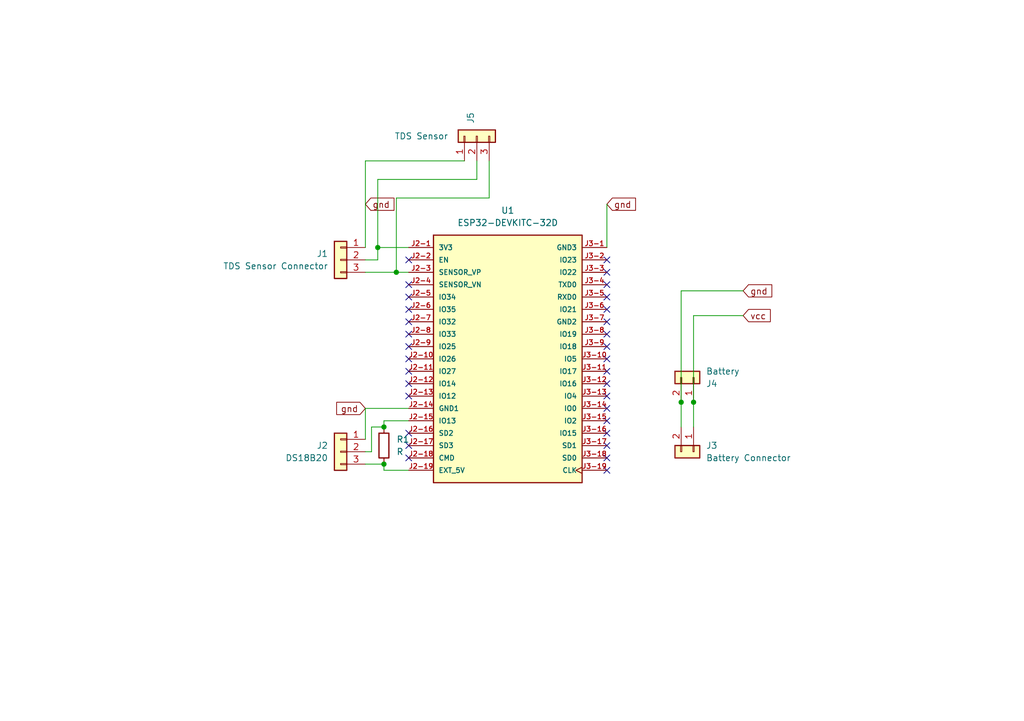
<source format=kicad_sch>
(kicad_sch
	(version 20231120)
	(generator "eeschema")
	(generator_version "8.0")
	(uuid "ca490fa1-f155-4d68-978f-b8da7f1aea9b")
	(paper "A5")
	(title_block
		(title "Water Testing kit")
		(date "2024-04-08")
		(rev "V 0.1")
	)
	(lib_symbols
		(symbol "Connector_Generic:Conn_01x02"
			(pin_names
				(offset 1.016) hide)
			(exclude_from_sim no)
			(in_bom yes)
			(on_board yes)
			(property "Reference" "J"
				(at 0 2.54 0)
				(effects
					(font
						(size 1.27 1.27)
					)
				)
			)
			(property "Value" "Conn_01x02"
				(at 0 -5.08 0)
				(effects
					(font
						(size 1.27 1.27)
					)
				)
			)
			(property "Footprint" ""
				(at 0 0 0)
				(effects
					(font
						(size 1.27 1.27)
					)
					(hide yes)
				)
			)
			(property "Datasheet" "~"
				(at 0 0 0)
				(effects
					(font
						(size 1.27 1.27)
					)
					(hide yes)
				)
			)
			(property "Description" "Generic connector, single row, 01x02, script generated (kicad-library-utils/schlib/autogen/connector/)"
				(at 0 0 0)
				(effects
					(font
						(size 1.27 1.27)
					)
					(hide yes)
				)
			)
			(property "ki_keywords" "connector"
				(at 0 0 0)
				(effects
					(font
						(size 1.27 1.27)
					)
					(hide yes)
				)
			)
			(property "ki_fp_filters" "Connector*:*_1x??_*"
				(at 0 0 0)
				(effects
					(font
						(size 1.27 1.27)
					)
					(hide yes)
				)
			)
			(symbol "Conn_01x02_1_1"
				(rectangle
					(start -1.27 -2.413)
					(end 0 -2.667)
					(stroke
						(width 0.1524)
						(type default)
					)
					(fill
						(type none)
					)
				)
				(rectangle
					(start -1.27 0.127)
					(end 0 -0.127)
					(stroke
						(width 0.1524)
						(type default)
					)
					(fill
						(type none)
					)
				)
				(rectangle
					(start -1.27 1.27)
					(end 1.27 -3.81)
					(stroke
						(width 0.254)
						(type default)
					)
					(fill
						(type background)
					)
				)
				(pin passive line
					(at -5.08 0 0)
					(length 3.81)
					(name "Pin_1"
						(effects
							(font
								(size 1.27 1.27)
							)
						)
					)
					(number "1"
						(effects
							(font
								(size 1.27 1.27)
							)
						)
					)
				)
				(pin passive line
					(at -5.08 -2.54 0)
					(length 3.81)
					(name "Pin_2"
						(effects
							(font
								(size 1.27 1.27)
							)
						)
					)
					(number "2"
						(effects
							(font
								(size 1.27 1.27)
							)
						)
					)
				)
			)
		)
		(symbol "Connector_Generic:Conn_01x03"
			(pin_names
				(offset 1.016) hide)
			(exclude_from_sim no)
			(in_bom yes)
			(on_board yes)
			(property "Reference" "J"
				(at 0 5.08 0)
				(effects
					(font
						(size 1.27 1.27)
					)
				)
			)
			(property "Value" "Conn_01x03"
				(at 0 -5.08 0)
				(effects
					(font
						(size 1.27 1.27)
					)
				)
			)
			(property "Footprint" ""
				(at 0 0 0)
				(effects
					(font
						(size 1.27 1.27)
					)
					(hide yes)
				)
			)
			(property "Datasheet" "~"
				(at 0 0 0)
				(effects
					(font
						(size 1.27 1.27)
					)
					(hide yes)
				)
			)
			(property "Description" "Generic connector, single row, 01x03, script generated (kicad-library-utils/schlib/autogen/connector/)"
				(at 0 0 0)
				(effects
					(font
						(size 1.27 1.27)
					)
					(hide yes)
				)
			)
			(property "ki_keywords" "connector"
				(at 0 0 0)
				(effects
					(font
						(size 1.27 1.27)
					)
					(hide yes)
				)
			)
			(property "ki_fp_filters" "Connector*:*_1x??_*"
				(at 0 0 0)
				(effects
					(font
						(size 1.27 1.27)
					)
					(hide yes)
				)
			)
			(symbol "Conn_01x03_1_1"
				(rectangle
					(start -1.27 -2.413)
					(end 0 -2.667)
					(stroke
						(width 0.1524)
						(type default)
					)
					(fill
						(type none)
					)
				)
				(rectangle
					(start -1.27 0.127)
					(end 0 -0.127)
					(stroke
						(width 0.1524)
						(type default)
					)
					(fill
						(type none)
					)
				)
				(rectangle
					(start -1.27 2.667)
					(end 0 2.413)
					(stroke
						(width 0.1524)
						(type default)
					)
					(fill
						(type none)
					)
				)
				(rectangle
					(start -1.27 3.81)
					(end 1.27 -3.81)
					(stroke
						(width 0.254)
						(type default)
					)
					(fill
						(type background)
					)
				)
				(pin passive line
					(at -5.08 2.54 0)
					(length 3.81)
					(name "Pin_1"
						(effects
							(font
								(size 1.27 1.27)
							)
						)
					)
					(number "1"
						(effects
							(font
								(size 1.27 1.27)
							)
						)
					)
				)
				(pin passive line
					(at -5.08 0 0)
					(length 3.81)
					(name "Pin_2"
						(effects
							(font
								(size 1.27 1.27)
							)
						)
					)
					(number "2"
						(effects
							(font
								(size 1.27 1.27)
							)
						)
					)
				)
				(pin passive line
					(at -5.08 -2.54 0)
					(length 3.81)
					(name "Pin_3"
						(effects
							(font
								(size 1.27 1.27)
							)
						)
					)
					(number "3"
						(effects
							(font
								(size 1.27 1.27)
							)
						)
					)
				)
			)
		)
		(symbol "Device:R"
			(pin_numbers hide)
			(pin_names
				(offset 0)
			)
			(exclude_from_sim no)
			(in_bom yes)
			(on_board yes)
			(property "Reference" "R"
				(at 2.032 0 90)
				(effects
					(font
						(size 1.27 1.27)
					)
				)
			)
			(property "Value" "R"
				(at 0 0 90)
				(effects
					(font
						(size 1.27 1.27)
					)
				)
			)
			(property "Footprint" ""
				(at -1.778 0 90)
				(effects
					(font
						(size 1.27 1.27)
					)
					(hide yes)
				)
			)
			(property "Datasheet" "~"
				(at 0 0 0)
				(effects
					(font
						(size 1.27 1.27)
					)
					(hide yes)
				)
			)
			(property "Description" "Resistor"
				(at 0 0 0)
				(effects
					(font
						(size 1.27 1.27)
					)
					(hide yes)
				)
			)
			(property "ki_keywords" "R res resistor"
				(at 0 0 0)
				(effects
					(font
						(size 1.27 1.27)
					)
					(hide yes)
				)
			)
			(property "ki_fp_filters" "R_*"
				(at 0 0 0)
				(effects
					(font
						(size 1.27 1.27)
					)
					(hide yes)
				)
			)
			(symbol "R_0_1"
				(rectangle
					(start -1.016 -2.54)
					(end 1.016 2.54)
					(stroke
						(width 0.254)
						(type default)
					)
					(fill
						(type none)
					)
				)
			)
			(symbol "R_1_1"
				(pin passive line
					(at 0 3.81 270)
					(length 1.27)
					(name "~"
						(effects
							(font
								(size 1.27 1.27)
							)
						)
					)
					(number "1"
						(effects
							(font
								(size 1.27 1.27)
							)
						)
					)
				)
				(pin passive line
					(at 0 -3.81 90)
					(length 1.27)
					(name "~"
						(effects
							(font
								(size 1.27 1.27)
							)
						)
					)
					(number "2"
						(effects
							(font
								(size 1.27 1.27)
							)
						)
					)
				)
			)
		)
		(symbol "ESP32-DEVKITC-32D:ESP32-DEVKITC-32D"
			(pin_names
				(offset 1.016)
			)
			(exclude_from_sim no)
			(in_bom yes)
			(on_board yes)
			(property "Reference" "U"
				(at -15.2572 26.0643 0)
				(effects
					(font
						(size 1.27 1.27)
					)
					(justify left bottom)
				)
			)
			(property "Value" "ESP32-DEVKITC-32D"
				(at -15.2563 -27.9698 0)
				(effects
					(font
						(size 1.27 1.27)
					)
					(justify left bottom)
				)
			)
			(property "Footprint" "ESP32-DEVKITC-32D:MODULE_ESP32-DEVKITC-32D"
				(at 0 0 0)
				(effects
					(font
						(size 1.27 1.27)
					)
					(justify bottom)
					(hide yes)
				)
			)
			(property "Datasheet" ""
				(at 0 0 0)
				(effects
					(font
						(size 1.27 1.27)
					)
					(hide yes)
				)
			)
			(property "Description" ""
				(at 0 0 0)
				(effects
					(font
						(size 1.27 1.27)
					)
					(hide yes)
				)
			)
			(property "MF" "Espressif Systems"
				(at 0 0 0)
				(effects
					(font
						(size 1.27 1.27)
					)
					(justify bottom)
					(hide yes)
				)
			)
			(property "MAXIMUM_PACKAGE_HEIGHT" "N/A"
				(at 0 0 0)
				(effects
					(font
						(size 1.27 1.27)
					)
					(justify bottom)
					(hide yes)
				)
			)
			(property "Package" "None"
				(at 0 0 0)
				(effects
					(font
						(size 1.27 1.27)
					)
					(justify bottom)
					(hide yes)
				)
			)
			(property "Price" "None"
				(at 0 0 0)
				(effects
					(font
						(size 1.27 1.27)
					)
					(justify bottom)
					(hide yes)
				)
			)
			(property "Check_prices" "https://www.snapeda.com/parts/ESP32-DEVKITC-32D/Espressif+Systems/view-part/?ref=eda"
				(at 0 0 0)
				(effects
					(font
						(size 1.27 1.27)
					)
					(justify bottom)
					(hide yes)
				)
			)
			(property "STANDARD" "Manufacturer Recommendations"
				(at 0 0 0)
				(effects
					(font
						(size 1.27 1.27)
					)
					(justify bottom)
					(hide yes)
				)
			)
			(property "PARTREV" "V4"
				(at 0 0 0)
				(effects
					(font
						(size 1.27 1.27)
					)
					(justify bottom)
					(hide yes)
				)
			)
			(property "SnapEDA_Link" "https://www.snapeda.com/parts/ESP32-DEVKITC-32D/Espressif+Systems/view-part/?ref=snap"
				(at 0 0 0)
				(effects
					(font
						(size 1.27 1.27)
					)
					(justify bottom)
					(hide yes)
				)
			)
			(property "MP" "ESP32-DEVKITC-32D"
				(at 0 0 0)
				(effects
					(font
						(size 1.27 1.27)
					)
					(justify bottom)
					(hide yes)
				)
			)
			(property "Description_1" "\nWiFi Development Tools (802.11) ESP32 General Development Kit, ESP32-WROOM-32D on the board\n"
				(at 0 0 0)
				(effects
					(font
						(size 1.27 1.27)
					)
					(justify bottom)
					(hide yes)
				)
			)
			(property "MANUFACTURER" "Espressif Systems"
				(at 0 0 0)
				(effects
					(font
						(size 1.27 1.27)
					)
					(justify bottom)
					(hide yes)
				)
			)
			(property "Availability" "In Stock"
				(at 0 0 0)
				(effects
					(font
						(size 1.27 1.27)
					)
					(justify bottom)
					(hide yes)
				)
			)
			(property "SNAPEDA_PN" "ESP32-DEVKITC-32D"
				(at 0 0 0)
				(effects
					(font
						(size 1.27 1.27)
					)
					(justify bottom)
					(hide yes)
				)
			)
			(symbol "ESP32-DEVKITC-32D_0_0"
				(rectangle
					(start -15.24 -25.4)
					(end 15.24 25.4)
					(stroke
						(width 0.254)
						(type default)
					)
					(fill
						(type background)
					)
				)
				(pin power_in line
					(at -20.32 22.86 0)
					(length 5.08)
					(name "3V3"
						(effects
							(font
								(size 1.016 1.016)
							)
						)
					)
					(number "J2-1"
						(effects
							(font
								(size 1.016 1.016)
							)
						)
					)
				)
				(pin bidirectional line
					(at -20.32 0 0)
					(length 5.08)
					(name "IO26"
						(effects
							(font
								(size 1.016 1.016)
							)
						)
					)
					(number "J2-10"
						(effects
							(font
								(size 1.016 1.016)
							)
						)
					)
				)
				(pin bidirectional line
					(at -20.32 -2.54 0)
					(length 5.08)
					(name "IO27"
						(effects
							(font
								(size 1.016 1.016)
							)
						)
					)
					(number "J2-11"
						(effects
							(font
								(size 1.016 1.016)
							)
						)
					)
				)
				(pin bidirectional line
					(at -20.32 -5.08 0)
					(length 5.08)
					(name "IO14"
						(effects
							(font
								(size 1.016 1.016)
							)
						)
					)
					(number "J2-12"
						(effects
							(font
								(size 1.016 1.016)
							)
						)
					)
				)
				(pin bidirectional line
					(at -20.32 -7.62 0)
					(length 5.08)
					(name "IO12"
						(effects
							(font
								(size 1.016 1.016)
							)
						)
					)
					(number "J2-13"
						(effects
							(font
								(size 1.016 1.016)
							)
						)
					)
				)
				(pin power_in line
					(at -20.32 -10.16 0)
					(length 5.08)
					(name "GND1"
						(effects
							(font
								(size 1.016 1.016)
							)
						)
					)
					(number "J2-14"
						(effects
							(font
								(size 1.016 1.016)
							)
						)
					)
				)
				(pin bidirectional line
					(at -20.32 -12.7 0)
					(length 5.08)
					(name "IO13"
						(effects
							(font
								(size 1.016 1.016)
							)
						)
					)
					(number "J2-15"
						(effects
							(font
								(size 1.016 1.016)
							)
						)
					)
				)
				(pin bidirectional line
					(at -20.32 -15.24 0)
					(length 5.08)
					(name "SD2"
						(effects
							(font
								(size 1.016 1.016)
							)
						)
					)
					(number "J2-16"
						(effects
							(font
								(size 1.016 1.016)
							)
						)
					)
				)
				(pin bidirectional line
					(at -20.32 -17.78 0)
					(length 5.08)
					(name "SD3"
						(effects
							(font
								(size 1.016 1.016)
							)
						)
					)
					(number "J2-17"
						(effects
							(font
								(size 1.016 1.016)
							)
						)
					)
				)
				(pin bidirectional line
					(at -20.32 -20.32 0)
					(length 5.08)
					(name "CMD"
						(effects
							(font
								(size 1.016 1.016)
							)
						)
					)
					(number "J2-18"
						(effects
							(font
								(size 1.016 1.016)
							)
						)
					)
				)
				(pin power_in line
					(at -20.32 -22.86 0)
					(length 5.08)
					(name "EXT_5V"
						(effects
							(font
								(size 1.016 1.016)
							)
						)
					)
					(number "J2-19"
						(effects
							(font
								(size 1.016 1.016)
							)
						)
					)
				)
				(pin input line
					(at -20.32 20.32 0)
					(length 5.08)
					(name "EN"
						(effects
							(font
								(size 1.016 1.016)
							)
						)
					)
					(number "J2-2"
						(effects
							(font
								(size 1.016 1.016)
							)
						)
					)
				)
				(pin input line
					(at -20.32 17.78 0)
					(length 5.08)
					(name "SENSOR_VP"
						(effects
							(font
								(size 1.016 1.016)
							)
						)
					)
					(number "J2-3"
						(effects
							(font
								(size 1.016 1.016)
							)
						)
					)
				)
				(pin input line
					(at -20.32 15.24 0)
					(length 5.08)
					(name "SENSOR_VN"
						(effects
							(font
								(size 1.016 1.016)
							)
						)
					)
					(number "J2-4"
						(effects
							(font
								(size 1.016 1.016)
							)
						)
					)
				)
				(pin bidirectional line
					(at -20.32 12.7 0)
					(length 5.08)
					(name "IO34"
						(effects
							(font
								(size 1.016 1.016)
							)
						)
					)
					(number "J2-5"
						(effects
							(font
								(size 1.016 1.016)
							)
						)
					)
				)
				(pin bidirectional line
					(at -20.32 10.16 0)
					(length 5.08)
					(name "IO35"
						(effects
							(font
								(size 1.016 1.016)
							)
						)
					)
					(number "J2-6"
						(effects
							(font
								(size 1.016 1.016)
							)
						)
					)
				)
				(pin bidirectional line
					(at -20.32 7.62 0)
					(length 5.08)
					(name "IO32"
						(effects
							(font
								(size 1.016 1.016)
							)
						)
					)
					(number "J2-7"
						(effects
							(font
								(size 1.016 1.016)
							)
						)
					)
				)
				(pin bidirectional line
					(at -20.32 5.08 0)
					(length 5.08)
					(name "IO33"
						(effects
							(font
								(size 1.016 1.016)
							)
						)
					)
					(number "J2-8"
						(effects
							(font
								(size 1.016 1.016)
							)
						)
					)
				)
				(pin bidirectional line
					(at -20.32 2.54 0)
					(length 5.08)
					(name "IO25"
						(effects
							(font
								(size 1.016 1.016)
							)
						)
					)
					(number "J2-9"
						(effects
							(font
								(size 1.016 1.016)
							)
						)
					)
				)
				(pin power_in line
					(at 20.32 22.86 180)
					(length 5.08)
					(name "GND3"
						(effects
							(font
								(size 1.016 1.016)
							)
						)
					)
					(number "J3-1"
						(effects
							(font
								(size 1.016 1.016)
							)
						)
					)
				)
				(pin bidirectional line
					(at 20.32 0 180)
					(length 5.08)
					(name "IO5"
						(effects
							(font
								(size 1.016 1.016)
							)
						)
					)
					(number "J3-10"
						(effects
							(font
								(size 1.016 1.016)
							)
						)
					)
				)
				(pin bidirectional line
					(at 20.32 -2.54 180)
					(length 5.08)
					(name "IO17"
						(effects
							(font
								(size 1.016 1.016)
							)
						)
					)
					(number "J3-11"
						(effects
							(font
								(size 1.016 1.016)
							)
						)
					)
				)
				(pin bidirectional line
					(at 20.32 -5.08 180)
					(length 5.08)
					(name "IO16"
						(effects
							(font
								(size 1.016 1.016)
							)
						)
					)
					(number "J3-12"
						(effects
							(font
								(size 1.016 1.016)
							)
						)
					)
				)
				(pin bidirectional line
					(at 20.32 -7.62 180)
					(length 5.08)
					(name "IO4"
						(effects
							(font
								(size 1.016 1.016)
							)
						)
					)
					(number "J3-13"
						(effects
							(font
								(size 1.016 1.016)
							)
						)
					)
				)
				(pin bidirectional line
					(at 20.32 -10.16 180)
					(length 5.08)
					(name "IO0"
						(effects
							(font
								(size 1.016 1.016)
							)
						)
					)
					(number "J3-14"
						(effects
							(font
								(size 1.016 1.016)
							)
						)
					)
				)
				(pin bidirectional line
					(at 20.32 -12.7 180)
					(length 5.08)
					(name "IO2"
						(effects
							(font
								(size 1.016 1.016)
							)
						)
					)
					(number "J3-15"
						(effects
							(font
								(size 1.016 1.016)
							)
						)
					)
				)
				(pin bidirectional line
					(at 20.32 -15.24 180)
					(length 5.08)
					(name "IO15"
						(effects
							(font
								(size 1.016 1.016)
							)
						)
					)
					(number "J3-16"
						(effects
							(font
								(size 1.016 1.016)
							)
						)
					)
				)
				(pin bidirectional line
					(at 20.32 -17.78 180)
					(length 5.08)
					(name "SD1"
						(effects
							(font
								(size 1.016 1.016)
							)
						)
					)
					(number "J3-17"
						(effects
							(font
								(size 1.016 1.016)
							)
						)
					)
				)
				(pin bidirectional line
					(at 20.32 -20.32 180)
					(length 5.08)
					(name "SD0"
						(effects
							(font
								(size 1.016 1.016)
							)
						)
					)
					(number "J3-18"
						(effects
							(font
								(size 1.016 1.016)
							)
						)
					)
				)
				(pin input clock
					(at 20.32 -22.86 180)
					(length 5.08)
					(name "CLK"
						(effects
							(font
								(size 1.016 1.016)
							)
						)
					)
					(number "J3-19"
						(effects
							(font
								(size 1.016 1.016)
							)
						)
					)
				)
				(pin bidirectional line
					(at 20.32 20.32 180)
					(length 5.08)
					(name "IO23"
						(effects
							(font
								(size 1.016 1.016)
							)
						)
					)
					(number "J3-2"
						(effects
							(font
								(size 1.016 1.016)
							)
						)
					)
				)
				(pin bidirectional line
					(at 20.32 17.78 180)
					(length 5.08)
					(name "IO22"
						(effects
							(font
								(size 1.016 1.016)
							)
						)
					)
					(number "J3-3"
						(effects
							(font
								(size 1.016 1.016)
							)
						)
					)
				)
				(pin output line
					(at 20.32 15.24 180)
					(length 5.08)
					(name "TXD0"
						(effects
							(font
								(size 1.016 1.016)
							)
						)
					)
					(number "J3-4"
						(effects
							(font
								(size 1.016 1.016)
							)
						)
					)
				)
				(pin input line
					(at 20.32 12.7 180)
					(length 5.08)
					(name "RXD0"
						(effects
							(font
								(size 1.016 1.016)
							)
						)
					)
					(number "J3-5"
						(effects
							(font
								(size 1.016 1.016)
							)
						)
					)
				)
				(pin bidirectional line
					(at 20.32 10.16 180)
					(length 5.08)
					(name "IO21"
						(effects
							(font
								(size 1.016 1.016)
							)
						)
					)
					(number "J3-6"
						(effects
							(font
								(size 1.016 1.016)
							)
						)
					)
				)
				(pin power_in line
					(at 20.32 7.62 180)
					(length 5.08)
					(name "GND2"
						(effects
							(font
								(size 1.016 1.016)
							)
						)
					)
					(number "J3-7"
						(effects
							(font
								(size 1.016 1.016)
							)
						)
					)
				)
				(pin bidirectional line
					(at 20.32 5.08 180)
					(length 5.08)
					(name "IO19"
						(effects
							(font
								(size 1.016 1.016)
							)
						)
					)
					(number "J3-8"
						(effects
							(font
								(size 1.016 1.016)
							)
						)
					)
				)
				(pin bidirectional line
					(at 20.32 2.54 180)
					(length 5.08)
					(name "IO18"
						(effects
							(font
								(size 1.016 1.016)
							)
						)
					)
					(number "J3-9"
						(effects
							(font
								(size 1.016 1.016)
							)
						)
					)
				)
			)
		)
	)
	(junction
		(at 78.74 95.25)
		(diameter 0)
		(color 0 0 0 0)
		(uuid "1905b0ac-07e1-446d-906b-a45e1c38e300")
	)
	(junction
		(at 139.7 82.55)
		(diameter 0)
		(color 0 0 0 0)
		(uuid "392401e6-f79f-42aa-a7b7-e356105e448c")
	)
	(junction
		(at 81.28 55.88)
		(diameter 0)
		(color 0 0 0 0)
		(uuid "52bb98ef-a980-4cc2-ac30-5721b22df7ce")
	)
	(junction
		(at 142.24 82.55)
		(diameter 0)
		(color 0 0 0 0)
		(uuid "d1560255-2250-440f-aa9e-7a898c6978f8")
	)
	(junction
		(at 78.74 87.63)
		(diameter 0)
		(color 0 0 0 0)
		(uuid "f92c4f69-f1ed-458f-ad94-90f26b5fc953")
	)
	(junction
		(at 77.47 50.8)
		(diameter 0)
		(color 0 0 0 0)
		(uuid "fc7870be-18d7-4193-be5a-ce71e910f2a8")
	)
	(no_connect
		(at 83.82 78.74)
		(uuid "0c1b3bf3-5dcd-425b-b76d-68f225a479ce")
	)
	(no_connect
		(at 83.82 76.2)
		(uuid "14380f85-c159-474b-afd4-fee2e99dc9f7")
	)
	(no_connect
		(at 83.82 88.9)
		(uuid "199412a0-53f9-4220-be87-e86fff78243b")
	)
	(no_connect
		(at 83.82 93.98)
		(uuid "1dc03c9f-9040-4d83-916b-840e762e9f58")
	)
	(no_connect
		(at 83.82 73.66)
		(uuid "1e95d5cb-a69d-420d-86fc-efd1fe8758e4")
	)
	(no_connect
		(at 124.46 76.2)
		(uuid "213dc153-7605-4a20-8083-a5e74c970a26")
	)
	(no_connect
		(at 124.46 66.04)
		(uuid "275f219d-5a77-494e-8223-0a6511f07a8b")
	)
	(no_connect
		(at 83.82 81.28)
		(uuid "35fd7a85-6fe9-4095-8ae6-290f83774168")
	)
	(no_connect
		(at 124.46 91.44)
		(uuid "3c89b979-3965-45e9-924c-e09aef7fbf75")
	)
	(no_connect
		(at 124.46 86.36)
		(uuid "53c2da58-2e49-40cc-b1c6-592fd40b68fa")
	)
	(no_connect
		(at 124.46 81.28)
		(uuid "5465bc93-55da-4a89-bc4c-0010e57e0460")
	)
	(no_connect
		(at 124.46 93.98)
		(uuid "5576e7b9-bd4b-4ad9-b5d2-846a4fe53304")
	)
	(no_connect
		(at 83.82 71.12)
		(uuid "5cfe2faf-4a4e-4087-853e-f8e56a85f5f8")
	)
	(no_connect
		(at 124.46 53.34)
		(uuid "5eb30165-33ce-456a-ac43-7ecb7c9a0f13")
	)
	(no_connect
		(at 124.46 83.82)
		(uuid "5f7aa862-7a11-484d-9b22-69513a5183fe")
	)
	(no_connect
		(at 83.82 66.04)
		(uuid "66a03d19-14ec-4abf-a2de-45a07eab9bb3")
	)
	(no_connect
		(at 124.46 96.52)
		(uuid "6a9c4587-7940-4494-9308-37b9eaaaab9d")
	)
	(no_connect
		(at 124.46 68.58)
		(uuid "7ade1379-7d06-426e-9c4f-d7726b6647ce")
	)
	(no_connect
		(at 124.46 60.96)
		(uuid "8368e7dc-df0a-4ac1-bcdf-cb20fca203f3")
	)
	(no_connect
		(at 124.46 55.88)
		(uuid "84d00ae3-365a-4e9e-bee4-d89fc3c9e901")
	)
	(no_connect
		(at 83.82 58.42)
		(uuid "9280b691-1bd5-425e-8e0c-1d638d4155c4")
	)
	(no_connect
		(at 83.82 91.44)
		(uuid "abb1fead-31b7-4b88-b630-0a53533e876c")
	)
	(no_connect
		(at 124.46 88.9)
		(uuid "b1d6eb20-19e8-4357-85df-ddf36b5ff9e0")
	)
	(no_connect
		(at 124.46 63.5)
		(uuid "b2f1e334-36cf-48d6-abd7-a2155339b089")
	)
	(no_connect
		(at 124.46 58.42)
		(uuid "b328c36d-f2c8-48b2-a5e0-f19398d8c6c9")
	)
	(no_connect
		(at 124.46 78.74)
		(uuid "c69fdeed-195a-4eb6-9da5-c11b7855f206")
	)
	(no_connect
		(at 83.82 68.58)
		(uuid "c9ed86dd-5c25-4507-a2c3-a3a7a8825605")
	)
	(no_connect
		(at 124.46 73.66)
		(uuid "e266e23f-558a-4d64-8432-0edad027cb3b")
	)
	(no_connect
		(at 124.46 71.12)
		(uuid "e5831bdf-f891-4696-b457-5c4187d7f8d3")
	)
	(no_connect
		(at 83.82 63.5)
		(uuid "e652c584-78be-4fa9-917c-3f0bf84d58fe")
	)
	(no_connect
		(at 83.82 60.96)
		(uuid "f182b64d-c2e1-42fe-a2bc-3bc00184b40f")
	)
	(no_connect
		(at 83.82 53.34)
		(uuid "ffafc31c-6ac1-4109-8ec4-ea2fa8f031af")
	)
	(wire
		(pts
			(xy 97.79 33.02) (xy 97.79 36.83)
		)
		(stroke
			(width 0)
			(type default)
		)
		(uuid "0c94d10f-9973-4a79-a6d4-6e302307b140")
	)
	(wire
		(pts
			(xy 83.82 96.52) (xy 78.74 96.52)
		)
		(stroke
			(width 0)
			(type default)
		)
		(uuid "0cb5e2a6-0aee-4078-8187-584b6e83caa3")
	)
	(wire
		(pts
			(xy 74.93 83.82) (xy 83.82 83.82)
		)
		(stroke
			(width 0)
			(type default)
		)
		(uuid "1c608574-53c3-4af7-830e-68ff513bb210")
	)
	(wire
		(pts
			(xy 100.33 33.02) (xy 100.33 40.64)
		)
		(stroke
			(width 0)
			(type default)
		)
		(uuid "20f539f9-35b4-450e-8e6f-b6318659cdd1")
	)
	(wire
		(pts
			(xy 100.33 40.64) (xy 81.28 40.64)
		)
		(stroke
			(width 0)
			(type default)
		)
		(uuid "2b87cf41-5771-4c38-a0f2-13c0f64e8d2e")
	)
	(wire
		(pts
			(xy 139.7 82.55) (xy 139.7 87.63)
		)
		(stroke
			(width 0)
			(type default)
		)
		(uuid "2cbde918-762e-43ca-a6e4-eec0c972af7f")
	)
	(wire
		(pts
			(xy 74.93 95.25) (xy 78.74 95.25)
		)
		(stroke
			(width 0)
			(type default)
		)
		(uuid "331c21c9-9e56-492d-9a57-1dd3610f63f2")
	)
	(wire
		(pts
			(xy 81.28 55.88) (xy 83.82 55.88)
		)
		(stroke
			(width 0)
			(type default)
		)
		(uuid "35e423e5-96cf-48b6-b581-7f0d1549054b")
	)
	(wire
		(pts
			(xy 78.74 86.36) (xy 78.74 87.63)
		)
		(stroke
			(width 0)
			(type default)
		)
		(uuid "384598bc-1b99-47c1-a069-b5c3c26f7917")
	)
	(wire
		(pts
			(xy 76.2 92.71) (xy 76.2 87.63)
		)
		(stroke
			(width 0)
			(type default)
		)
		(uuid "3df85bee-3711-405d-9220-494a5fe4bcb0")
	)
	(wire
		(pts
			(xy 76.2 87.63) (xy 78.74 87.63)
		)
		(stroke
			(width 0)
			(type default)
		)
		(uuid "568635c3-a112-4828-b338-24fea4c8cb71")
	)
	(wire
		(pts
			(xy 81.28 40.64) (xy 81.28 55.88)
		)
		(stroke
			(width 0)
			(type default)
		)
		(uuid "57215970-44d7-41ca-a653-c78b6ddb5d4b")
	)
	(wire
		(pts
			(xy 74.93 33.02) (xy 74.93 50.8)
		)
		(stroke
			(width 0)
			(type default)
		)
		(uuid "60d6f86b-479d-46b5-8d44-e4a7ec951c79")
	)
	(wire
		(pts
			(xy 77.47 50.8) (xy 83.82 50.8)
		)
		(stroke
			(width 0)
			(type default)
		)
		(uuid "6cd727f1-b9ec-4422-ab86-d68706aa13c7")
	)
	(wire
		(pts
			(xy 74.93 53.34) (xy 77.47 53.34)
		)
		(stroke
			(width 0)
			(type default)
		)
		(uuid "8271c1ae-5a9f-419b-b502-b5529fd55afd")
	)
	(wire
		(pts
			(xy 142.24 82.55) (xy 142.24 87.63)
		)
		(stroke
			(width 0)
			(type default)
		)
		(uuid "8865714d-54bb-45a3-a0b9-aabaae075f5f")
	)
	(wire
		(pts
			(xy 83.82 86.36) (xy 78.74 86.36)
		)
		(stroke
			(width 0)
			(type default)
		)
		(uuid "8cefb839-3d36-472e-bb55-ba557f5a30ff")
	)
	(wire
		(pts
			(xy 77.47 53.34) (xy 77.47 50.8)
		)
		(stroke
			(width 0)
			(type default)
		)
		(uuid "9f70424f-0e5f-430a-8b48-c852a2a01cbf")
	)
	(wire
		(pts
			(xy 74.93 90.17) (xy 74.93 83.82)
		)
		(stroke
			(width 0)
			(type default)
		)
		(uuid "a87c9e49-b705-4962-87e1-933b9d992c9f")
	)
	(wire
		(pts
			(xy 142.24 64.77) (xy 142.24 82.55)
		)
		(stroke
			(width 0)
			(type default)
		)
		(uuid "acfd851d-f52b-4121-850d-5337aded8758")
	)
	(wire
		(pts
			(xy 139.7 59.69) (xy 139.7 82.55)
		)
		(stroke
			(width 0)
			(type default)
		)
		(uuid "c7b2af44-96f2-4e69-92d2-c6c3f8d50df2")
	)
	(wire
		(pts
			(xy 97.79 36.83) (xy 77.47 36.83)
		)
		(stroke
			(width 0)
			(type default)
		)
		(uuid "ca23fae6-badb-4156-8f77-7f2ac00ea78a")
	)
	(wire
		(pts
			(xy 124.46 41.91) (xy 124.46 50.8)
		)
		(stroke
			(width 0)
			(type default)
		)
		(uuid "cf03a8f1-b8ec-4544-a2d6-7b2ff89ffa3c")
	)
	(wire
		(pts
			(xy 95.25 33.02) (xy 74.93 33.02)
		)
		(stroke
			(width 0)
			(type default)
		)
		(uuid "d3a5cb3e-6ddb-4258-b66f-e0e840224d59")
	)
	(wire
		(pts
			(xy 152.4 59.69) (xy 139.7 59.69)
		)
		(stroke
			(width 0)
			(type default)
		)
		(uuid "dcca7ee9-8071-414d-a3f3-607fc248732b")
	)
	(wire
		(pts
			(xy 74.93 92.71) (xy 76.2 92.71)
		)
		(stroke
			(width 0)
			(type default)
		)
		(uuid "ddd12f0e-e6bb-4563-951f-54ead96277b3")
	)
	(wire
		(pts
			(xy 77.47 36.83) (xy 77.47 50.8)
		)
		(stroke
			(width 0)
			(type default)
		)
		(uuid "f0181e7f-cad3-4437-95a7-03d657186fa2")
	)
	(wire
		(pts
			(xy 152.4 64.77) (xy 142.24 64.77)
		)
		(stroke
			(width 0)
			(type default)
		)
		(uuid "f349da96-7e99-49c6-8e77-ffc362fabc94")
	)
	(wire
		(pts
			(xy 78.74 96.52) (xy 78.74 95.25)
		)
		(stroke
			(width 0)
			(type default)
		)
		(uuid "f5f46ce3-1b14-44c7-948d-e78159617435")
	)
	(wire
		(pts
			(xy 74.93 55.88) (xy 81.28 55.88)
		)
		(stroke
			(width 0)
			(type default)
		)
		(uuid "f8f4b01b-30f3-4be6-a81e-c10404e2eb37")
	)
	(global_label "gnd"
		(shape input)
		(at 74.93 83.82 180)
		(fields_autoplaced yes)
		(effects
			(font
				(size 1.27 1.27)
			)
			(justify right)
		)
		(uuid "00dd3dd1-b798-4b4d-8d19-cdf0a8ae7b84")
		(property "Intersheetrefs" "${INTERSHEET_REFS}"
			(at 68.4978 83.82 0)
			(effects
				(font
					(size 1.27 1.27)
				)
				(justify right)
				(hide yes)
			)
		)
	)
	(global_label "gnd"
		(shape input)
		(at 152.4 59.69 0)
		(fields_autoplaced yes)
		(effects
			(font
				(size 1.27 1.27)
			)
			(justify left)
		)
		(uuid "012e44c2-cd38-4dbe-ac37-ffd389ed3c12")
		(property "Intersheetrefs" "${INTERSHEET_REFS}"
			(at 158.8322 59.69 0)
			(effects
				(font
					(size 1.27 1.27)
				)
				(justify left)
				(hide yes)
			)
		)
	)
	(global_label "gnd"
		(shape input)
		(at 74.93 41.91 0)
		(fields_autoplaced yes)
		(effects
			(font
				(size 1.27 1.27)
			)
			(justify left)
		)
		(uuid "045cea41-bc25-4720-b4d0-881deadc3a74")
		(property "Intersheetrefs" "${INTERSHEET_REFS}"
			(at 81.3622 41.91 0)
			(effects
				(font
					(size 1.27 1.27)
				)
				(justify left)
				(hide yes)
			)
		)
	)
	(global_label "vcc"
		(shape input)
		(at 152.4 64.77 0)
		(fields_autoplaced yes)
		(effects
			(font
				(size 1.27 1.27)
			)
			(justify left)
		)
		(uuid "cf8a4bca-2bc7-4700-b674-e8f886193a19")
		(property "Intersheetrefs" "${INTERSHEET_REFS}"
			(at 158.53 64.77 0)
			(effects
				(font
					(size 1.27 1.27)
				)
				(justify left)
				(hide yes)
			)
		)
	)
	(global_label "gnd"
		(shape input)
		(at 124.46 41.91 0)
		(fields_autoplaced yes)
		(effects
			(font
				(size 1.27 1.27)
			)
			(justify left)
		)
		(uuid "f3270058-3438-43bb-b936-567e89224cda")
		(property "Intersheetrefs" "${INTERSHEET_REFS}"
			(at 130.8922 41.91 0)
			(effects
				(font
					(size 1.27 1.27)
				)
				(justify left)
				(hide yes)
			)
		)
	)
	(symbol
		(lib_id "Connector_Generic:Conn_01x03")
		(at 69.85 53.34 0)
		(mirror y)
		(unit 1)
		(exclude_from_sim no)
		(in_bom yes)
		(on_board yes)
		(dnp no)
		(uuid "049c11e8-98cb-491e-816e-4d49cfb9908c")
		(property "Reference" "J1"
			(at 67.31 52.0699 0)
			(effects
				(font
					(size 1.27 1.27)
				)
				(justify left)
			)
		)
		(property "Value" "TDS Sensor Connector"
			(at 67.31 54.6099 0)
			(effects
				(font
					(size 1.27 1.27)
				)
				(justify left)
			)
		)
		(property "Footprint" "Connector_PinHeader_2.54mm:PinHeader_1x03_P2.54mm_Vertical"
			(at 69.85 53.34 0)
			(effects
				(font
					(size 1.27 1.27)
				)
				(hide yes)
			)
		)
		(property "Datasheet" "~"
			(at 69.85 53.34 0)
			(effects
				(font
					(size 1.27 1.27)
				)
				(hide yes)
			)
		)
		(property "Description" "Generic connector, single row, 01x03, script generated (kicad-library-utils/schlib/autogen/connector/)"
			(at 69.85 53.34 0)
			(effects
				(font
					(size 1.27 1.27)
				)
				(hide yes)
			)
		)
		(pin "2"
			(uuid "8b3c15ee-76f6-4477-adee-e4615a87335a")
		)
		(pin "3"
			(uuid "f0c9b866-41e6-4e5e-9707-859f026ddf59")
		)
		(pin "1"
			(uuid "f64289a1-7de4-42b0-94e1-a6e30da20522")
		)
		(instances
			(project "AquaSense"
				(path "/ca490fa1-f155-4d68-978f-b8da7f1aea9b"
					(reference "J1")
					(unit 1)
				)
			)
		)
	)
	(symbol
		(lib_id "Device:R")
		(at 78.74 91.44 0)
		(unit 1)
		(exclude_from_sim no)
		(in_bom yes)
		(on_board yes)
		(dnp no)
		(uuid "39eb34e1-6d7d-4793-b1bd-ce27feaa142a")
		(property "Reference" "R1"
			(at 81.28 90.1699 0)
			(effects
				(font
					(size 1.27 1.27)
				)
				(justify left)
			)
		)
		(property "Value" "R"
			(at 81.28 92.7099 0)
			(effects
				(font
					(size 1.27 1.27)
				)
				(justify left)
			)
		)
		(property "Footprint" "Resistor_THT:R_Axial_DIN0411_L9.9mm_D3.6mm_P15.24mm_Horizontal"
			(at 76.962 91.44 90)
			(effects
				(font
					(size 1.27 1.27)
				)
				(hide yes)
			)
		)
		(property "Datasheet" "~"
			(at 78.74 91.44 0)
			(effects
				(font
					(size 1.27 1.27)
				)
				(hide yes)
			)
		)
		(property "Description" "Resistor"
			(at 78.74 91.44 0)
			(effects
				(font
					(size 1.27 1.27)
				)
				(hide yes)
			)
		)
		(pin "1"
			(uuid "49475e2e-2e0c-4ff4-8051-5f9137307df2")
		)
		(pin "2"
			(uuid "7a62438a-01af-4ba5-b920-b516eceafb80")
		)
		(instances
			(project "AquaSense"
				(path "/ca490fa1-f155-4d68-978f-b8da7f1aea9b"
					(reference "R1")
					(unit 1)
				)
			)
		)
	)
	(symbol
		(lib_id "Connector_Generic:Conn_01x02")
		(at 142.24 77.47 270)
		(mirror x)
		(unit 1)
		(exclude_from_sim no)
		(in_bom yes)
		(on_board yes)
		(dnp no)
		(uuid "61f8dba0-85aa-4bd3-bb9f-14459e6effea")
		(property "Reference" "J4"
			(at 144.78 78.7401 90)
			(effects
				(font
					(size 1.27 1.27)
				)
				(justify left)
			)
		)
		(property "Value" "Battery"
			(at 144.78 76.2001 90)
			(effects
				(font
					(size 1.27 1.27)
				)
				(justify left)
			)
		)
		(property "Footprint" "Connector_PinHeader_2.54mm:PinHeader_1x02_P2.54mm_Vertical"
			(at 142.24 77.47 0)
			(effects
				(font
					(size 1.27 1.27)
				)
				(hide yes)
			)
		)
		(property "Datasheet" "~"
			(at 142.24 77.47 0)
			(effects
				(font
					(size 1.27 1.27)
				)
				(hide yes)
			)
		)
		(property "Description" "Generic connector, single row, 01x02, script generated (kicad-library-utils/schlib/autogen/connector/)"
			(at 142.24 77.47 0)
			(effects
				(font
					(size 1.27 1.27)
				)
				(hide yes)
			)
		)
		(pin "1"
			(uuid "b9272d3e-a789-411c-9e80-465887c26443")
		)
		(pin "2"
			(uuid "407b7097-321a-41ee-936d-ea34efe4409a")
		)
		(instances
			(project "AquaSense"
				(path "/ca490fa1-f155-4d68-978f-b8da7f1aea9b"
					(reference "J4")
					(unit 1)
				)
			)
		)
	)
	(symbol
		(lib_id "Connector_Generic:Conn_01x02")
		(at 142.24 92.71 270)
		(unit 1)
		(exclude_from_sim no)
		(in_bom yes)
		(on_board yes)
		(dnp no)
		(fields_autoplaced yes)
		(uuid "e42f21aa-991d-4e7a-ba3f-65af1a2997e5")
		(property "Reference" "J3"
			(at 144.78 91.4399 90)
			(effects
				(font
					(size 1.27 1.27)
				)
				(justify left)
			)
		)
		(property "Value" "Battery Connector"
			(at 144.78 93.9799 90)
			(effects
				(font
					(size 1.27 1.27)
				)
				(justify left)
			)
		)
		(property "Footprint" "Connector_PinHeader_2.54mm:PinHeader_1x02_P2.54mm_Vertical"
			(at 142.24 92.71 0)
			(effects
				(font
					(size 1.27 1.27)
				)
				(hide yes)
			)
		)
		(property "Datasheet" "~"
			(at 142.24 92.71 0)
			(effects
				(font
					(size 1.27 1.27)
				)
				(hide yes)
			)
		)
		(property "Description" "Generic connector, single row, 01x02, script generated (kicad-library-utils/schlib/autogen/connector/)"
			(at 142.24 92.71 0)
			(effects
				(font
					(size 1.27 1.27)
				)
				(hide yes)
			)
		)
		(pin "1"
			(uuid "ee4ad6ba-c90b-4b26-9143-5dc03729d8c6")
		)
		(pin "2"
			(uuid "a0c2da2f-48f3-4336-b2f0-5c2ba171fef6")
		)
		(instances
			(project "AquaSense"
				(path "/ca490fa1-f155-4d68-978f-b8da7f1aea9b"
					(reference "J3")
					(unit 1)
				)
			)
		)
	)
	(symbol
		(lib_id "ESP32-DEVKITC-32D:ESP32-DEVKITC-32D")
		(at 104.14 73.66 0)
		(unit 1)
		(exclude_from_sim no)
		(in_bom yes)
		(on_board yes)
		(dnp no)
		(fields_autoplaced yes)
		(uuid "ebf60ed2-a085-4bcd-97a6-deb4a6b75995")
		(property "Reference" "U1"
			(at 104.14 43.18 0)
			(effects
				(font
					(size 1.27 1.27)
				)
			)
		)
		(property "Value" "ESP32-DEVKITC-32D"
			(at 104.14 45.72 0)
			(effects
				(font
					(size 1.27 1.27)
				)
			)
		)
		(property "Footprint" "Footprints:MODULE_ESP32-wroom32"
			(at 104.14 73.66 0)
			(effects
				(font
					(size 1.27 1.27)
				)
				(justify bottom)
				(hide yes)
			)
		)
		(property "Datasheet" ""
			(at 104.14 73.66 0)
			(effects
				(font
					(size 1.27 1.27)
				)
				(hide yes)
			)
		)
		(property "Description" ""
			(at 104.14 73.66 0)
			(effects
				(font
					(size 1.27 1.27)
				)
				(hide yes)
			)
		)
		(property "MF" "Espressif Systems"
			(at 104.14 73.66 0)
			(effects
				(font
					(size 1.27 1.27)
				)
				(justify bottom)
				(hide yes)
			)
		)
		(property "MAXIMUM_PACKAGE_HEIGHT" "N/A"
			(at 104.14 73.66 0)
			(effects
				(font
					(size 1.27 1.27)
				)
				(justify bottom)
				(hide yes)
			)
		)
		(property "Package" "None"
			(at 104.14 73.66 0)
			(effects
				(font
					(size 1.27 1.27)
				)
				(justify bottom)
				(hide yes)
			)
		)
		(property "Price" "None"
			(at 104.14 73.66 0)
			(effects
				(font
					(size 1.27 1.27)
				)
				(justify bottom)
				(hide yes)
			)
		)
		(property "Check_prices" "https://www.snapeda.com/parts/ESP32-DEVKITC-32D/Espressif+Systems/view-part/?ref=eda"
			(at 104.14 73.66 0)
			(effects
				(font
					(size 1.27 1.27)
				)
				(justify bottom)
				(hide yes)
			)
		)
		(property "STANDARD" "Manufacturer Recommendations"
			(at 104.14 73.66 0)
			(effects
				(font
					(size 1.27 1.27)
				)
				(justify bottom)
				(hide yes)
			)
		)
		(property "PARTREV" "V4"
			(at 104.14 73.66 0)
			(effects
				(font
					(size 1.27 1.27)
				)
				(justify bottom)
				(hide yes)
			)
		)
		(property "SnapEDA_Link" "https://www.snapeda.com/parts/ESP32-DEVKITC-32D/Espressif+Systems/view-part/?ref=snap"
			(at 104.14 73.66 0)
			(effects
				(font
					(size 1.27 1.27)
				)
				(justify bottom)
				(hide yes)
			)
		)
		(property "MP" "ESP32-DEVKITC-32D"
			(at 104.14 73.66 0)
			(effects
				(font
					(size 1.27 1.27)
				)
				(justify bottom)
				(hide yes)
			)
		)
		(property "Description_1" "\nWiFi Development Tools (802.11) ESP32 General Development Kit, ESP32-WROOM-32D on the board\n"
			(at 104.14 73.66 0)
			(effects
				(font
					(size 1.27 1.27)
				)
				(justify bottom)
				(hide yes)
			)
		)
		(property "MANUFACTURER" "Espressif Systems"
			(at 104.14 73.66 0)
			(effects
				(font
					(size 1.27 1.27)
				)
				(justify bottom)
				(hide yes)
			)
		)
		(property "Availability" "In Stock"
			(at 104.14 73.66 0)
			(effects
				(font
					(size 1.27 1.27)
				)
				(justify bottom)
				(hide yes)
			)
		)
		(property "SNAPEDA_PN" "ESP32-DEVKITC-32D"
			(at 104.14 73.66 0)
			(effects
				(font
					(size 1.27 1.27)
				)
				(justify bottom)
				(hide yes)
			)
		)
		(pin "J2-18"
			(uuid "832ebcf3-5e9e-4eb5-aced-fc8c8f689c3a")
		)
		(pin "J2-15"
			(uuid "675a9e01-60d6-4df8-b472-529bfbe62366")
		)
		(pin "J2-16"
			(uuid "829ab2de-a391-4128-8145-5ef5290b2907")
		)
		(pin "J2-5"
			(uuid "5d12b65e-d9dc-40ca-a1e9-6e25bc03c140")
		)
		(pin "J2-14"
			(uuid "33f94d2f-890b-4051-bea9-43ccdabb12fd")
		)
		(pin "J2-19"
			(uuid "9738b204-0362-4ac2-91e4-e52f409ebfdd")
		)
		(pin "J2-13"
			(uuid "9d14568a-0a25-41eb-a4aa-46e5fe704067")
		)
		(pin "J2-2"
			(uuid "41a691d2-ead3-441f-beda-72a2863e2275")
		)
		(pin "J2-12"
			(uuid "d552ad02-b1ac-43fd-9449-1fd263023d9f")
		)
		(pin "J2-4"
			(uuid "ffdf3bf5-14ef-4311-8274-48fccec2a794")
		)
		(pin "J2-6"
			(uuid "40389f53-c52f-43bd-95af-ecdaffe4b321")
		)
		(pin "J2-10"
			(uuid "9e3045ad-e4f2-44b2-9733-2d70ace0f859")
		)
		(pin "J2-17"
			(uuid "a2902712-d1d8-4e43-a58d-911797e9e2de")
		)
		(pin "J2-1"
			(uuid "4ab28432-4e22-4361-8a41-b711da4fb80d")
		)
		(pin "J2-11"
			(uuid "a284af5a-1c53-474e-ae82-9c6fd1d2dee9")
		)
		(pin "J2-3"
			(uuid "b00fa928-3731-4146-9928-48d628794b98")
		)
		(pin "J3-4"
			(uuid "de5df83d-2a54-4d70-8b60-d0e98d15b01a")
		)
		(pin "J3-6"
			(uuid "dfdce9c3-695c-4668-890e-6a7d71a6df1d")
		)
		(pin "J3-11"
			(uuid "c768a213-185e-4cae-98c7-21dbfe3bc7e7")
		)
		(pin "J3-7"
			(uuid "3bc68371-893d-44f6-960b-ca1e9103dc7f")
		)
		(pin "J3-5"
			(uuid "e5ff6904-cd42-4af4-a7c8-a34c3240ad6a")
		)
		(pin "J3-1"
			(uuid "3e742269-714a-4e87-90d4-097e39d8db3a")
		)
		(pin "J3-8"
			(uuid "a86f1954-7fc3-45ea-ab0d-b1d2b651bc50")
		)
		(pin "J3-9"
			(uuid "f9c8b61b-aac2-4258-b77f-fe2a17f1f8cd")
		)
		(pin "J2-9"
			(uuid "bde20dca-6856-49a3-82bc-b456ec9a7c93")
		)
		(pin "J2-8"
			(uuid "f8300114-6da7-4528-bc64-52066c82696a")
		)
		(pin "J3-16"
			(uuid "533cb96d-1fb1-4724-ae53-5c7b283b12ca")
		)
		(pin "J3-18"
			(uuid "46f3e2dd-d2f4-4834-af73-e9f6784b8e15")
		)
		(pin "J3-12"
			(uuid "26d69412-9b49-432c-9bb1-bb7a8524ce56")
		)
		(pin "J3-13"
			(uuid "9d977ef3-f904-46a4-8f04-3b13b00872a7")
		)
		(pin "J2-7"
			(uuid "4c537589-14f0-4ef5-a03f-19161ab17afe")
		)
		(pin "J3-2"
			(uuid "012adbc1-439a-4754-96ab-91f8c5120392")
		)
		(pin "J3-3"
			(uuid "e6898316-07d0-4cb8-a172-cef889d18a33")
		)
		(pin "J3-19"
			(uuid "3a6c44fc-f6f5-4da2-bf65-c17a2f424285")
		)
		(pin "J3-10"
			(uuid "da8a2d18-9a78-42d1-aabc-7b4265cf4532")
		)
		(pin "J3-14"
			(uuid "f4c618db-d926-4172-91b2-9813bd15df6f")
		)
		(pin "J3-17"
			(uuid "0e9a6014-761b-475d-a55e-de2982c01cb8")
		)
		(pin "J3-15"
			(uuid "028b9324-3df1-4fe2-914b-42f7093dd710")
		)
		(instances
			(project "AquaSense"
				(path "/ca490fa1-f155-4d68-978f-b8da7f1aea9b"
					(reference "U1")
					(unit 1)
				)
			)
		)
	)
	(symbol
		(lib_id "Connector_Generic:Conn_01x03")
		(at 69.85 92.71 0)
		(mirror y)
		(unit 1)
		(exclude_from_sim no)
		(in_bom yes)
		(on_board yes)
		(dnp no)
		(uuid "ee0f85f8-0f15-486e-983b-477170422ac2")
		(property "Reference" "J2"
			(at 67.31 91.4399 0)
			(effects
				(font
					(size 1.27 1.27)
				)
				(justify left)
			)
		)
		(property "Value" "DS18B20"
			(at 67.31 93.9799 0)
			(effects
				(font
					(size 1.27 1.27)
				)
				(justify left)
			)
		)
		(property "Footprint" "Connector_PinHeader_2.54mm:PinHeader_1x03_P2.54mm_Vertical"
			(at 69.85 92.71 0)
			(effects
				(font
					(size 1.27 1.27)
				)
				(hide yes)
			)
		)
		(property "Datasheet" "~"
			(at 69.85 92.71 0)
			(effects
				(font
					(size 1.27 1.27)
				)
				(hide yes)
			)
		)
		(property "Description" "Generic connector, single row, 01x03, script generated (kicad-library-utils/schlib/autogen/connector/)"
			(at 69.85 92.71 0)
			(effects
				(font
					(size 1.27 1.27)
				)
				(hide yes)
			)
		)
		(pin "2"
			(uuid "3eade5d2-e95c-4897-b0e5-5864b5e7b752")
		)
		(pin "3"
			(uuid "9adcc556-f1a6-4f9c-9e3e-e59bc3a15b20")
		)
		(pin "1"
			(uuid "3ab8c9f8-cacb-4ed6-8db4-f8917af37075")
		)
		(instances
			(project "AquaSense"
				(path "/ca490fa1-f155-4d68-978f-b8da7f1aea9b"
					(reference "J2")
					(unit 1)
				)
			)
		)
	)
	(symbol
		(lib_id "Connector_Generic:Conn_01x03")
		(at 97.79 27.94 90)
		(unit 1)
		(exclude_from_sim no)
		(in_bom yes)
		(on_board yes)
		(dnp no)
		(uuid "fc019276-3957-453b-900d-f592b2281498")
		(property "Reference" "J5"
			(at 96.5199 25.4 0)
			(effects
				(font
					(size 1.27 1.27)
				)
				(justify left)
			)
		)
		(property "Value" "TDS Sensor"
			(at 91.948 27.94 90)
			(effects
				(font
					(size 1.27 1.27)
				)
				(justify left)
			)
		)
		(property "Footprint" "Connector_PinHeader_2.54mm:PinHeader_1x03_P2.54mm_Vertical"
			(at 97.79 27.94 0)
			(effects
				(font
					(size 1.27 1.27)
				)
				(hide yes)
			)
		)
		(property "Datasheet" "~"
			(at 97.79 27.94 0)
			(effects
				(font
					(size 1.27 1.27)
				)
				(hide yes)
			)
		)
		(property "Description" "Generic connector, single row, 01x03, script generated (kicad-library-utils/schlib/autogen/connector/)"
			(at 97.79 27.94 0)
			(effects
				(font
					(size 1.27 1.27)
				)
				(hide yes)
			)
		)
		(pin "2"
			(uuid "ef9065b5-05b5-4204-bdbb-43424a9c6894")
		)
		(pin "3"
			(uuid "2286bdd5-710e-484b-95fb-56065fe4e20a")
		)
		(pin "1"
			(uuid "34babdb7-52e3-4574-8f56-c37753e764eb")
		)
		(instances
			(project "AquaSense"
				(path "/ca490fa1-f155-4d68-978f-b8da7f1aea9b"
					(reference "J5")
					(unit 1)
				)
			)
		)
	)
	(sheet_instances
		(path "/"
			(page "1")
		)
	)
)
</source>
